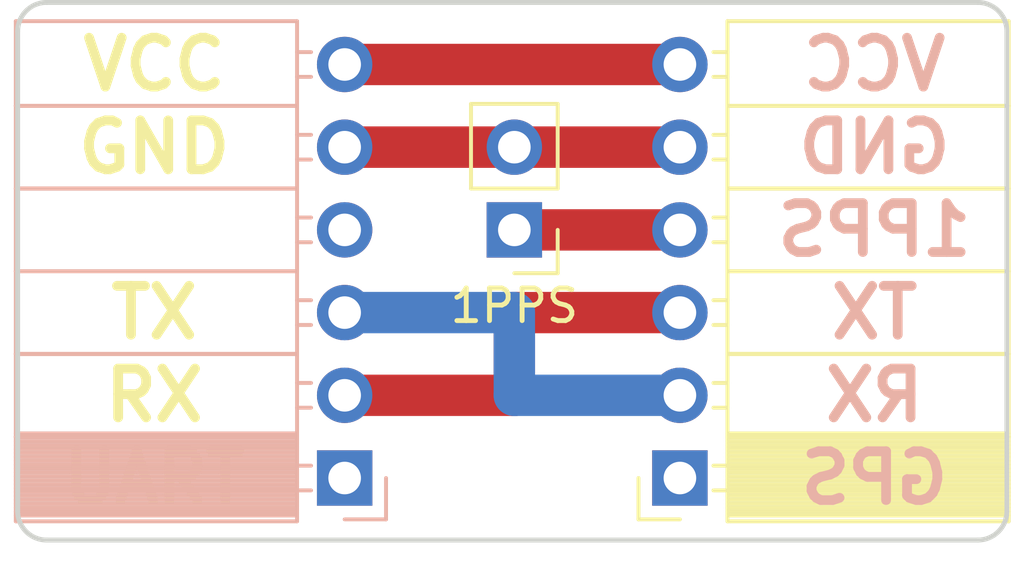
<source format=kicad_pcb>
(kicad_pcb (version 4) (host pcbnew 4.0.7)

  (general
    (links 6)
    (no_connects 0)
    (area 136.703999 102.921999 167.207001 119.582001)
    (thickness 1.6)
    (drawings 19)
    (tracks 11)
    (zones 0)
    (modules 3)
    (nets 9)
  )

  (page A4)
  (layers
    (0 F.Cu signal)
    (31 B.Cu signal)
    (32 B.Adhes user)
    (33 F.Adhes user)
    (34 B.Paste user)
    (35 F.Paste user)
    (36 B.SilkS user)
    (37 F.SilkS user)
    (38 B.Mask user)
    (39 F.Mask user)
    (40 Dwgs.User user)
    (41 Cmts.User user)
    (42 Eco1.User user)
    (43 Eco2.User user)
    (44 Edge.Cuts user)
    (45 Margin user)
    (46 B.CrtYd user)
    (47 F.CrtYd user)
    (48 B.Fab user hide)
    (49 F.Fab user hide)
  )

  (setup
    (last_trace_width 1.27)
    (user_trace_width 0.508)
    (user_trace_width 0.635)
    (user_trace_width 1.27)
    (trace_clearance 0.2)
    (zone_clearance 0.508)
    (zone_45_only no)
    (trace_min 0.2)
    (segment_width 0.2)
    (edge_width 0.15)
    (via_size 0.6)
    (via_drill 0.4)
    (via_min_size 0.4)
    (via_min_drill 0.3)
    (uvia_size 0.3)
    (uvia_drill 0.1)
    (uvias_allowed no)
    (uvia_min_size 0.2)
    (uvia_min_drill 0.1)
    (pcb_text_width 0.3)
    (pcb_text_size 1.5 1.5)
    (mod_edge_width 0.15)
    (mod_text_size 1 1)
    (mod_text_width 0.15)
    (pad_size 1.524 1.524)
    (pad_drill 0.762)
    (pad_to_mask_clearance 0.2)
    (aux_axis_origin 0 0)
    (visible_elements FFFEFF7F)
    (pcbplotparams
      (layerselection 0x00030_80000001)
      (usegerberextensions false)
      (excludeedgelayer true)
      (linewidth 0.150000)
      (plotframeref false)
      (viasonmask false)
      (mode 1)
      (useauxorigin false)
      (hpglpennumber 1)
      (hpglpenspeed 20)
      (hpglpendiameter 15)
      (hpglpenoverlay 2)
      (psnegative false)
      (psa4output false)
      (plotreference true)
      (plotvalue true)
      (plotinvisibletext false)
      (padsonsilk false)
      (subtractmaskfromsilk false)
      (outputformat 1)
      (mirror false)
      (drillshape 1)
      (scaleselection 1)
      (outputdirectory ""))
  )

  (net 0 "")
  (net 1 "Net-(GPS1-Pad1)")
  (net 2 "Net-(GPS1-Pad2)")
  (net 3 "Net-(GPS1-Pad3)")
  (net 4 "Net-(GPS1-Pad4)")
  (net 5 GND)
  (net 6 "Net-(GPS1-Pad6)")
  (net 7 "Net-(UART1-Pad1)")
  (net 8 "Net-(UART1-Pad4)")

  (net_class Default "This is the default net class."
    (clearance 0.2)
    (trace_width 0.25)
    (via_dia 0.6)
    (via_drill 0.4)
    (uvia_dia 0.3)
    (uvia_drill 0.1)
    (add_net GND)
    (add_net "Net-(GPS1-Pad1)")
    (add_net "Net-(GPS1-Pad2)")
    (add_net "Net-(GPS1-Pad3)")
    (add_net "Net-(GPS1-Pad4)")
    (add_net "Net-(GPS1-Pad6)")
    (add_net "Net-(UART1-Pad1)")
    (add_net "Net-(UART1-Pad4)")
  )

  (net_class Tracks ""
    (clearance 0.2)
    (trace_width 0.635)
    (via_dia 0.6)
    (via_drill 0.4)
    (uvia_dia 0.3)
    (uvia_drill 0.1)
  )

  (module Pin_Headers:Pin_Header_Straight_1x02_Pitch2.54mm (layer F.Cu) (tedit 5CD19EE6) (tstamp 5CD19A2C)
    (at 152.019 109.982 180)
    (descr "Through hole straight pin header, 1x02, 2.54mm pitch, single row")
    (tags "Through hole pin header THT 1x02 2.54mm single row")
    (path /5CD197BB)
    (fp_text reference 1PPS (at 0 -2.33 180) (layer F.SilkS)
      (effects (font (size 1 1) (thickness 0.15)))
    )
    (fp_text value Conn_01x02_Male (at 0 4.87 180) (layer F.Fab)
      (effects (font (size 1 1) (thickness 0.15)))
    )
    (fp_line (start -0.635 -1.27) (end 1.27 -1.27) (layer F.Fab) (width 0.1))
    (fp_line (start 1.27 -1.27) (end 1.27 3.81) (layer F.Fab) (width 0.1))
    (fp_line (start 1.27 3.81) (end -1.27 3.81) (layer F.Fab) (width 0.1))
    (fp_line (start -1.27 3.81) (end -1.27 -0.635) (layer F.Fab) (width 0.1))
    (fp_line (start -1.27 -0.635) (end -0.635 -1.27) (layer F.Fab) (width 0.1))
    (fp_line (start -1.33 3.87) (end 1.33 3.87) (layer F.SilkS) (width 0.12))
    (fp_line (start -1.33 1.27) (end -1.33 3.87) (layer F.SilkS) (width 0.12))
    (fp_line (start 1.33 1.27) (end 1.33 3.87) (layer F.SilkS) (width 0.12))
    (fp_line (start -1.33 1.27) (end 1.33 1.27) (layer F.SilkS) (width 0.12))
    (fp_line (start -1.33 0) (end -1.33 -1.33) (layer F.SilkS) (width 0.12))
    (fp_line (start -1.33 -1.33) (end 0 -1.33) (layer F.SilkS) (width 0.12))
    (fp_line (start -1.8 -1.8) (end -1.8 4.35) (layer F.CrtYd) (width 0.05))
    (fp_line (start -1.8 4.35) (end 1.8 4.35) (layer F.CrtYd) (width 0.05))
    (fp_line (start 1.8 4.35) (end 1.8 -1.8) (layer F.CrtYd) (width 0.05))
    (fp_line (start 1.8 -1.8) (end -1.8 -1.8) (layer F.CrtYd) (width 0.05))
    (fp_text user %R (at 0 1.27 270) (layer F.Fab)
      (effects (font (size 1 1) (thickness 0.15)))
    )
    (pad 1 thru_hole rect (at 0 0 180) (size 1.7 1.7) (drill 1) (layers *.Cu *.Mask)
      (net 4 "Net-(GPS1-Pad4)"))
    (pad 2 thru_hole oval (at 0 2.54 180) (size 1.7 1.7) (drill 1) (layers *.Cu *.Mask)
      (net 5 GND))
    (model ${KISYS3DMOD}/Pin_Headers.3dshapes/Pin_Header_Straight_1x02_Pitch2.54mm.wrl
      (at (xyz 0 0 0))
      (scale (xyz 1 1 1))
      (rotate (xyz 0 0 0))
    )
  )

  (module Socket_Strips:Socket_Strip_Angled_1x06_Pitch2.54mm (layer F.Cu) (tedit 5CD19E76) (tstamp 5CD199F9)
    (at 157.099 117.602 180)
    (descr "Through hole angled socket strip, 1x06, 2.54mm pitch, 8.51mm socket length, single row")
    (tags "Through hole angled socket strip THT 1x06 2.54mm single row")
    (path /5CD19601)
    (fp_text reference GPS (at -6.858 6.35 180) (layer B.SilkS) hide
      (effects (font (size 1 1) (thickness 0.15)) (justify mirror))
    )
    (fp_text value Conn_01x06_Female (at -4.38 14.97 180) (layer F.Fab)
      (effects (font (size 1 1) (thickness 0.15)))
    )
    (fp_line (start -1.52 -1.27) (end -1.52 1.27) (layer F.Fab) (width 0.1))
    (fp_line (start -1.52 1.27) (end -10.03 1.27) (layer F.Fab) (width 0.1))
    (fp_line (start -10.03 1.27) (end -10.03 -1.27) (layer F.Fab) (width 0.1))
    (fp_line (start -10.03 -1.27) (end -1.52 -1.27) (layer F.Fab) (width 0.1))
    (fp_line (start 0 -0.32) (end 0 0.32) (layer F.Fab) (width 0.1))
    (fp_line (start 0 0.32) (end -1.52 0.32) (layer F.Fab) (width 0.1))
    (fp_line (start -1.52 0.32) (end -1.52 -0.32) (layer F.Fab) (width 0.1))
    (fp_line (start -1.52 -0.32) (end 0 -0.32) (layer F.Fab) (width 0.1))
    (fp_line (start -1.52 1.27) (end -1.52 3.81) (layer F.Fab) (width 0.1))
    (fp_line (start -1.52 3.81) (end -10.03 3.81) (layer F.Fab) (width 0.1))
    (fp_line (start -10.03 3.81) (end -10.03 1.27) (layer F.Fab) (width 0.1))
    (fp_line (start -10.03 1.27) (end -1.52 1.27) (layer F.Fab) (width 0.1))
    (fp_line (start 0 2.22) (end 0 2.86) (layer F.Fab) (width 0.1))
    (fp_line (start 0 2.86) (end -1.52 2.86) (layer F.Fab) (width 0.1))
    (fp_line (start -1.52 2.86) (end -1.52 2.22) (layer F.Fab) (width 0.1))
    (fp_line (start -1.52 2.22) (end 0 2.22) (layer F.Fab) (width 0.1))
    (fp_line (start -1.52 3.81) (end -1.52 6.35) (layer F.Fab) (width 0.1))
    (fp_line (start -1.52 6.35) (end -10.03 6.35) (layer F.Fab) (width 0.1))
    (fp_line (start -10.03 6.35) (end -10.03 3.81) (layer F.Fab) (width 0.1))
    (fp_line (start -10.03 3.81) (end -1.52 3.81) (layer F.Fab) (width 0.1))
    (fp_line (start 0 4.76) (end 0 5.4) (layer F.Fab) (width 0.1))
    (fp_line (start 0 5.4) (end -1.52 5.4) (layer F.Fab) (width 0.1))
    (fp_line (start -1.52 5.4) (end -1.52 4.76) (layer F.Fab) (width 0.1))
    (fp_line (start -1.52 4.76) (end 0 4.76) (layer F.Fab) (width 0.1))
    (fp_line (start -1.52 6.35) (end -1.52 8.89) (layer F.Fab) (width 0.1))
    (fp_line (start -1.52 8.89) (end -10.03 8.89) (layer F.Fab) (width 0.1))
    (fp_line (start -10.03 8.89) (end -10.03 6.35) (layer F.Fab) (width 0.1))
    (fp_line (start -10.03 6.35) (end -1.52 6.35) (layer F.Fab) (width 0.1))
    (fp_line (start 0 7.3) (end 0 7.94) (layer F.Fab) (width 0.1))
    (fp_line (start 0 7.94) (end -1.52 7.94) (layer F.Fab) (width 0.1))
    (fp_line (start -1.52 7.94) (end -1.52 7.3) (layer F.Fab) (width 0.1))
    (fp_line (start -1.52 7.3) (end 0 7.3) (layer F.Fab) (width 0.1))
    (fp_line (start -1.52 8.89) (end -1.52 11.43) (layer F.Fab) (width 0.1))
    (fp_line (start -1.52 11.43) (end -10.03 11.43) (layer F.Fab) (width 0.1))
    (fp_line (start -10.03 11.43) (end -10.03 8.89) (layer F.Fab) (width 0.1))
    (fp_line (start -10.03 8.89) (end -1.52 8.89) (layer F.Fab) (width 0.1))
    (fp_line (start 0 9.84) (end 0 10.48) (layer F.Fab) (width 0.1))
    (fp_line (start 0 10.48) (end -1.52 10.48) (layer F.Fab) (width 0.1))
    (fp_line (start -1.52 10.48) (end -1.52 9.84) (layer F.Fab) (width 0.1))
    (fp_line (start -1.52 9.84) (end 0 9.84) (layer F.Fab) (width 0.1))
    (fp_line (start -1.52 11.43) (end -1.52 13.97) (layer F.Fab) (width 0.1))
    (fp_line (start -1.52 13.97) (end -10.03 13.97) (layer F.Fab) (width 0.1))
    (fp_line (start -10.03 13.97) (end -10.03 11.43) (layer F.Fab) (width 0.1))
    (fp_line (start -10.03 11.43) (end -1.52 11.43) (layer F.Fab) (width 0.1))
    (fp_line (start 0 12.38) (end 0 13.02) (layer F.Fab) (width 0.1))
    (fp_line (start 0 13.02) (end -1.52 13.02) (layer F.Fab) (width 0.1))
    (fp_line (start -1.52 13.02) (end -1.52 12.38) (layer F.Fab) (width 0.1))
    (fp_line (start -1.52 12.38) (end 0 12.38) (layer F.Fab) (width 0.1))
    (fp_line (start -1.46 -1.33) (end -1.46 1.27) (layer F.SilkS) (width 0.12))
    (fp_line (start -1.46 1.27) (end -10.09 1.27) (layer F.SilkS) (width 0.12))
    (fp_line (start -10.09 1.27) (end -10.09 -1.33) (layer F.SilkS) (width 0.12))
    (fp_line (start -10.09 -1.33) (end -1.46 -1.33) (layer F.SilkS) (width 0.12))
    (fp_line (start -1.03 -0.38) (end -1.46 -0.38) (layer F.SilkS) (width 0.12))
    (fp_line (start -1.03 0.38) (end -1.46 0.38) (layer F.SilkS) (width 0.12))
    (fp_line (start -1.46 -1.15) (end -10.09 -1.15) (layer F.SilkS) (width 0.12))
    (fp_line (start -1.46 -1.03) (end -10.09 -1.03) (layer F.SilkS) (width 0.12))
    (fp_line (start -1.46 -0.91) (end -10.09 -0.91) (layer F.SilkS) (width 0.12))
    (fp_line (start -1.46 -0.79) (end -10.09 -0.79) (layer F.SilkS) (width 0.12))
    (fp_line (start -1.46 -0.67) (end -10.09 -0.67) (layer F.SilkS) (width 0.12))
    (fp_line (start -1.46 -0.55) (end -10.09 -0.55) (layer F.SilkS) (width 0.12))
    (fp_line (start -1.46 -0.43) (end -10.09 -0.43) (layer F.SilkS) (width 0.12))
    (fp_line (start -1.46 -0.31) (end -10.09 -0.31) (layer F.SilkS) (width 0.12))
    (fp_line (start -1.46 -0.19) (end -10.09 -0.19) (layer F.SilkS) (width 0.12))
    (fp_line (start -1.46 -0.07) (end -10.09 -0.07) (layer F.SilkS) (width 0.12))
    (fp_line (start -1.46 0.05) (end -10.09 0.05) (layer F.SilkS) (width 0.12))
    (fp_line (start -1.46 0.17) (end -10.09 0.17) (layer F.SilkS) (width 0.12))
    (fp_line (start -1.46 0.29) (end -10.09 0.29) (layer F.SilkS) (width 0.12))
    (fp_line (start -1.46 0.41) (end -10.09 0.41) (layer F.SilkS) (width 0.12))
    (fp_line (start -1.46 0.53) (end -10.09 0.53) (layer F.SilkS) (width 0.12))
    (fp_line (start -1.46 0.65) (end -10.09 0.65) (layer F.SilkS) (width 0.12))
    (fp_line (start -1.46 0.77) (end -10.09 0.77) (layer F.SilkS) (width 0.12))
    (fp_line (start -1.46 0.89) (end -10.09 0.89) (layer F.SilkS) (width 0.12))
    (fp_line (start -1.46 1.01) (end -10.09 1.01) (layer F.SilkS) (width 0.12))
    (fp_line (start -1.46 1.13) (end -10.09 1.13) (layer F.SilkS) (width 0.12))
    (fp_line (start -1.46 1.25) (end -10.09 1.25) (layer F.SilkS) (width 0.12))
    (fp_line (start -1.46 1.37) (end -10.09 1.37) (layer F.SilkS) (width 0.12))
    (fp_line (start -1.46 1.27) (end -1.46 3.81) (layer F.SilkS) (width 0.12))
    (fp_line (start -1.46 3.81) (end -10.09 3.81) (layer F.SilkS) (width 0.12))
    (fp_line (start -10.09 3.81) (end -10.09 1.27) (layer F.SilkS) (width 0.12))
    (fp_line (start -10.09 1.27) (end -1.46 1.27) (layer F.SilkS) (width 0.12))
    (fp_line (start -1.03 2.16) (end -1.46 2.16) (layer F.SilkS) (width 0.12))
    (fp_line (start -1.03 2.92) (end -1.46 2.92) (layer F.SilkS) (width 0.12))
    (fp_line (start -1.46 3.81) (end -1.46 6.35) (layer F.SilkS) (width 0.12))
    (fp_line (start -1.46 6.35) (end -10.09 6.35) (layer F.SilkS) (width 0.12))
    (fp_line (start -10.09 6.35) (end -10.09 3.81) (layer F.SilkS) (width 0.12))
    (fp_line (start -10.09 3.81) (end -1.46 3.81) (layer F.SilkS) (width 0.12))
    (fp_line (start -1.03 4.7) (end -1.46 4.7) (layer F.SilkS) (width 0.12))
    (fp_line (start -1.03 5.46) (end -1.46 5.46) (layer F.SilkS) (width 0.12))
    (fp_line (start -1.46 6.35) (end -1.46 8.89) (layer F.SilkS) (width 0.12))
    (fp_line (start -1.46 8.89) (end -10.09 8.89) (layer F.SilkS) (width 0.12))
    (fp_line (start -10.09 8.89) (end -10.09 6.35) (layer F.SilkS) (width 0.12))
    (fp_line (start -10.09 6.35) (end -1.46 6.35) (layer F.SilkS) (width 0.12))
    (fp_line (start -1.03 7.24) (end -1.46 7.24) (layer F.SilkS) (width 0.12))
    (fp_line (start -1.03 8) (end -1.46 8) (layer F.SilkS) (width 0.12))
    (fp_line (start -1.46 8.89) (end -1.46 11.43) (layer F.SilkS) (width 0.12))
    (fp_line (start -1.46 11.43) (end -10.09 11.43) (layer F.SilkS) (width 0.12))
    (fp_line (start -10.09 11.43) (end -10.09 8.89) (layer F.SilkS) (width 0.12))
    (fp_line (start -10.09 8.89) (end -1.46 8.89) (layer F.SilkS) (width 0.12))
    (fp_line (start -1.03 9.78) (end -1.46 9.78) (layer F.SilkS) (width 0.12))
    (fp_line (start -1.03 10.54) (end -1.46 10.54) (layer F.SilkS) (width 0.12))
    (fp_line (start -1.46 11.43) (end -1.46 14.03) (layer F.SilkS) (width 0.12))
    (fp_line (start -1.46 14.03) (end -10.09 14.03) (layer F.SilkS) (width 0.12))
    (fp_line (start -10.09 14.03) (end -10.09 11.43) (layer F.SilkS) (width 0.12))
    (fp_line (start -10.09 11.43) (end -1.46 11.43) (layer F.SilkS) (width 0.12))
    (fp_line (start -1.03 12.32) (end -1.46 12.32) (layer F.SilkS) (width 0.12))
    (fp_line (start -1.03 13.08) (end -1.46 13.08) (layer F.SilkS) (width 0.12))
    (fp_line (start 0 -1.27) (end 1.27 -1.27) (layer F.SilkS) (width 0.12))
    (fp_line (start 1.27 -1.27) (end 1.27 0) (layer F.SilkS) (width 0.12))
    (fp_line (start 1.8 -1.8) (end 1.8 14.5) (layer F.CrtYd) (width 0.05))
    (fp_line (start 1.8 14.5) (end -10.55 14.5) (layer F.CrtYd) (width 0.05))
    (fp_line (start -10.55 14.5) (end -10.55 -1.8) (layer F.CrtYd) (width 0.05))
    (fp_line (start -10.55 -1.8) (end 1.8 -1.8) (layer F.CrtYd) (width 0.05))
    (fp_text user %R (at -4.38 -2.27 180) (layer F.Fab)
      (effects (font (size 1 1) (thickness 0.15)))
    )
    (pad 1 thru_hole rect (at 0 0 180) (size 1.7 1.7) (drill 1) (layers *.Cu *.Mask)
      (net 1 "Net-(GPS1-Pad1)"))
    (pad 2 thru_hole oval (at 0 2.54 180) (size 1.7 1.7) (drill 1) (layers *.Cu *.Mask)
      (net 2 "Net-(GPS1-Pad2)"))
    (pad 3 thru_hole oval (at 0 5.08 180) (size 1.7 1.7) (drill 1) (layers *.Cu *.Mask)
      (net 3 "Net-(GPS1-Pad3)"))
    (pad 4 thru_hole oval (at 0 7.62 180) (size 1.7 1.7) (drill 1) (layers *.Cu *.Mask)
      (net 4 "Net-(GPS1-Pad4)"))
    (pad 5 thru_hole oval (at 0 10.16 180) (size 1.7 1.7) (drill 1) (layers *.Cu *.Mask)
      (net 5 GND))
    (pad 6 thru_hole oval (at 0 12.7 180) (size 1.7 1.7) (drill 1) (layers *.Cu *.Mask)
      (net 6 "Net-(GPS1-Pad6)"))
    (model ${KISYS3DMOD}/Socket_Strips.3dshapes/Socket_Strip_Angled_1x06_Pitch2.54mm.wrl
      (at (xyz 0 -0.25 0))
      (scale (xyz 1 1 1))
      (rotate (xyz 0 0 270))
    )
  )

  (module Socket_Strips:Socket_Strip_Angled_1x06_Pitch2.54mm (layer B.Cu) (tedit 5CD19E34) (tstamp 5CD19A93)
    (at 146.812 117.602)
    (descr "Through hole angled socket strip, 1x06, 2.54mm pitch, 8.51mm socket length, single row")
    (tags "Through hole angled socket strip THT 1x06 2.54mm single row")
    (path /5CD196E2)
    (fp_text reference UART (at -5.842 -7.493) (layer F.SilkS) hide
      (effects (font (size 1 1) (thickness 0.15)))
    )
    (fp_text value Conn_01x06_Female (at -4.38 -14.97) (layer B.Fab)
      (effects (font (size 1 1) (thickness 0.15)) (justify mirror))
    )
    (fp_line (start -1.52 1.27) (end -1.52 -1.27) (layer B.Fab) (width 0.1))
    (fp_line (start -1.52 -1.27) (end -10.03 -1.27) (layer B.Fab) (width 0.1))
    (fp_line (start -10.03 -1.27) (end -10.03 1.27) (layer B.Fab) (width 0.1))
    (fp_line (start -10.03 1.27) (end -1.52 1.27) (layer B.Fab) (width 0.1))
    (fp_line (start 0 0.32) (end 0 -0.32) (layer B.Fab) (width 0.1))
    (fp_line (start 0 -0.32) (end -1.52 -0.32) (layer B.Fab) (width 0.1))
    (fp_line (start -1.52 -0.32) (end -1.52 0.32) (layer B.Fab) (width 0.1))
    (fp_line (start -1.52 0.32) (end 0 0.32) (layer B.Fab) (width 0.1))
    (fp_line (start -1.52 -1.27) (end -1.52 -3.81) (layer B.Fab) (width 0.1))
    (fp_line (start -1.52 -3.81) (end -10.03 -3.81) (layer B.Fab) (width 0.1))
    (fp_line (start -10.03 -3.81) (end -10.03 -1.27) (layer B.Fab) (width 0.1))
    (fp_line (start -10.03 -1.27) (end -1.52 -1.27) (layer B.Fab) (width 0.1))
    (fp_line (start 0 -2.22) (end 0 -2.86) (layer B.Fab) (width 0.1))
    (fp_line (start 0 -2.86) (end -1.52 -2.86) (layer B.Fab) (width 0.1))
    (fp_line (start -1.52 -2.86) (end -1.52 -2.22) (layer B.Fab) (width 0.1))
    (fp_line (start -1.52 -2.22) (end 0 -2.22) (layer B.Fab) (width 0.1))
    (fp_line (start -1.52 -3.81) (end -1.52 -6.35) (layer B.Fab) (width 0.1))
    (fp_line (start -1.52 -6.35) (end -10.03 -6.35) (layer B.Fab) (width 0.1))
    (fp_line (start -10.03 -6.35) (end -10.03 -3.81) (layer B.Fab) (width 0.1))
    (fp_line (start -10.03 -3.81) (end -1.52 -3.81) (layer B.Fab) (width 0.1))
    (fp_line (start 0 -4.76) (end 0 -5.4) (layer B.Fab) (width 0.1))
    (fp_line (start 0 -5.4) (end -1.52 -5.4) (layer B.Fab) (width 0.1))
    (fp_line (start -1.52 -5.4) (end -1.52 -4.76) (layer B.Fab) (width 0.1))
    (fp_line (start -1.52 -4.76) (end 0 -4.76) (layer B.Fab) (width 0.1))
    (fp_line (start -1.52 -6.35) (end -1.52 -8.89) (layer B.Fab) (width 0.1))
    (fp_line (start -1.52 -8.89) (end -10.03 -8.89) (layer B.Fab) (width 0.1))
    (fp_line (start -10.03 -8.89) (end -10.03 -6.35) (layer B.Fab) (width 0.1))
    (fp_line (start -10.03 -6.35) (end -1.52 -6.35) (layer B.Fab) (width 0.1))
    (fp_line (start 0 -7.3) (end 0 -7.94) (layer B.Fab) (width 0.1))
    (fp_line (start 0 -7.94) (end -1.52 -7.94) (layer B.Fab) (width 0.1))
    (fp_line (start -1.52 -7.94) (end -1.52 -7.3) (layer B.Fab) (width 0.1))
    (fp_line (start -1.52 -7.3) (end 0 -7.3) (layer B.Fab) (width 0.1))
    (fp_line (start -1.52 -8.89) (end -1.52 -11.43) (layer B.Fab) (width 0.1))
    (fp_line (start -1.52 -11.43) (end -10.03 -11.43) (layer B.Fab) (width 0.1))
    (fp_line (start -10.03 -11.43) (end -10.03 -8.89) (layer B.Fab) (width 0.1))
    (fp_line (start -10.03 -8.89) (end -1.52 -8.89) (layer B.Fab) (width 0.1))
    (fp_line (start 0 -9.84) (end 0 -10.48) (layer B.Fab) (width 0.1))
    (fp_line (start 0 -10.48) (end -1.52 -10.48) (layer B.Fab) (width 0.1))
    (fp_line (start -1.52 -10.48) (end -1.52 -9.84) (layer B.Fab) (width 0.1))
    (fp_line (start -1.52 -9.84) (end 0 -9.84) (layer B.Fab) (width 0.1))
    (fp_line (start -1.52 -11.43) (end -1.52 -13.97) (layer B.Fab) (width 0.1))
    (fp_line (start -1.52 -13.97) (end -10.03 -13.97) (layer B.Fab) (width 0.1))
    (fp_line (start -10.03 -13.97) (end -10.03 -11.43) (layer B.Fab) (width 0.1))
    (fp_line (start -10.03 -11.43) (end -1.52 -11.43) (layer B.Fab) (width 0.1))
    (fp_line (start 0 -12.38) (end 0 -13.02) (layer B.Fab) (width 0.1))
    (fp_line (start 0 -13.02) (end -1.52 -13.02) (layer B.Fab) (width 0.1))
    (fp_line (start -1.52 -13.02) (end -1.52 -12.38) (layer B.Fab) (width 0.1))
    (fp_line (start -1.52 -12.38) (end 0 -12.38) (layer B.Fab) (width 0.1))
    (fp_line (start -1.46 1.33) (end -1.46 -1.27) (layer B.SilkS) (width 0.12))
    (fp_line (start -1.46 -1.27) (end -10.09 -1.27) (layer B.SilkS) (width 0.12))
    (fp_line (start -10.09 -1.27) (end -10.09 1.33) (layer B.SilkS) (width 0.12))
    (fp_line (start -10.09 1.33) (end -1.46 1.33) (layer B.SilkS) (width 0.12))
    (fp_line (start -1.03 0.38) (end -1.46 0.38) (layer B.SilkS) (width 0.12))
    (fp_line (start -1.03 -0.38) (end -1.46 -0.38) (layer B.SilkS) (width 0.12))
    (fp_line (start -1.46 1.15) (end -10.09 1.15) (layer B.SilkS) (width 0.12))
    (fp_line (start -1.46 1.03) (end -10.09 1.03) (layer B.SilkS) (width 0.12))
    (fp_line (start -1.46 0.91) (end -10.09 0.91) (layer B.SilkS) (width 0.12))
    (fp_line (start -1.46 0.79) (end -10.09 0.79) (layer B.SilkS) (width 0.12))
    (fp_line (start -1.46 0.67) (end -10.09 0.67) (layer B.SilkS) (width 0.12))
    (fp_line (start -1.46 0.55) (end -10.09 0.55) (layer B.SilkS) (width 0.12))
    (fp_line (start -1.46 0.43) (end -10.09 0.43) (layer B.SilkS) (width 0.12))
    (fp_line (start -1.46 0.31) (end -10.09 0.31) (layer B.SilkS) (width 0.12))
    (fp_line (start -1.46 0.19) (end -10.09 0.19) (layer B.SilkS) (width 0.12))
    (fp_line (start -1.46 0.07) (end -10.09 0.07) (layer B.SilkS) (width 0.12))
    (fp_line (start -1.46 -0.05) (end -10.09 -0.05) (layer B.SilkS) (width 0.12))
    (fp_line (start -1.46 -0.17) (end -10.09 -0.17) (layer B.SilkS) (width 0.12))
    (fp_line (start -1.46 -0.29) (end -10.09 -0.29) (layer B.SilkS) (width 0.12))
    (fp_line (start -1.46 -0.41) (end -10.09 -0.41) (layer B.SilkS) (width 0.12))
    (fp_line (start -1.46 -0.53) (end -10.09 -0.53) (layer B.SilkS) (width 0.12))
    (fp_line (start -1.46 -0.65) (end -10.09 -0.65) (layer B.SilkS) (width 0.12))
    (fp_line (start -1.46 -0.77) (end -10.09 -0.77) (layer B.SilkS) (width 0.12))
    (fp_line (start -1.46 -0.89) (end -10.09 -0.89) (layer B.SilkS) (width 0.12))
    (fp_line (start -1.46 -1.01) (end -10.09 -1.01) (layer B.SilkS) (width 0.12))
    (fp_line (start -1.46 -1.13) (end -10.09 -1.13) (layer B.SilkS) (width 0.12))
    (fp_line (start -1.46 -1.25) (end -10.09 -1.25) (layer B.SilkS) (width 0.12))
    (fp_line (start -1.46 -1.37) (end -10.09 -1.37) (layer B.SilkS) (width 0.12))
    (fp_line (start -1.46 -1.27) (end -1.46 -3.81) (layer B.SilkS) (width 0.12))
    (fp_line (start -1.46 -3.81) (end -10.09 -3.81) (layer B.SilkS) (width 0.12))
    (fp_line (start -10.09 -3.81) (end -10.09 -1.27) (layer B.SilkS) (width 0.12))
    (fp_line (start -10.09 -1.27) (end -1.46 -1.27) (layer B.SilkS) (width 0.12))
    (fp_line (start -1.03 -2.16) (end -1.46 -2.16) (layer B.SilkS) (width 0.12))
    (fp_line (start -1.03 -2.92) (end -1.46 -2.92) (layer B.SilkS) (width 0.12))
    (fp_line (start -1.46 -3.81) (end -1.46 -6.35) (layer B.SilkS) (width 0.12))
    (fp_line (start -1.46 -6.35) (end -10.09 -6.35) (layer B.SilkS) (width 0.12))
    (fp_line (start -10.09 -6.35) (end -10.09 -3.81) (layer B.SilkS) (width 0.12))
    (fp_line (start -10.09 -3.81) (end -1.46 -3.81) (layer B.SilkS) (width 0.12))
    (fp_line (start -1.03 -4.7) (end -1.46 -4.7) (layer B.SilkS) (width 0.12))
    (fp_line (start -1.03 -5.46) (end -1.46 -5.46) (layer B.SilkS) (width 0.12))
    (fp_line (start -1.46 -6.35) (end -1.46 -8.89) (layer B.SilkS) (width 0.12))
    (fp_line (start -1.46 -8.89) (end -10.09 -8.89) (layer B.SilkS) (width 0.12))
    (fp_line (start -10.09 -8.89) (end -10.09 -6.35) (layer B.SilkS) (width 0.12))
    (fp_line (start -10.09 -6.35) (end -1.46 -6.35) (layer B.SilkS) (width 0.12))
    (fp_line (start -1.03 -7.24) (end -1.46 -7.24) (layer B.SilkS) (width 0.12))
    (fp_line (start -1.03 -8) (end -1.46 -8) (layer B.SilkS) (width 0.12))
    (fp_line (start -1.46 -8.89) (end -1.46 -11.43) (layer B.SilkS) (width 0.12))
    (fp_line (start -1.46 -11.43) (end -10.09 -11.43) (layer B.SilkS) (width 0.12))
    (fp_line (start -10.09 -11.43) (end -10.09 -8.89) (layer B.SilkS) (width 0.12))
    (fp_line (start -10.09 -8.89) (end -1.46 -8.89) (layer B.SilkS) (width 0.12))
    (fp_line (start -1.03 -9.78) (end -1.46 -9.78) (layer B.SilkS) (width 0.12))
    (fp_line (start -1.03 -10.54) (end -1.46 -10.54) (layer B.SilkS) (width 0.12))
    (fp_line (start -1.46 -11.43) (end -1.46 -14.03) (layer B.SilkS) (width 0.12))
    (fp_line (start -1.46 -14.03) (end -10.09 -14.03) (layer B.SilkS) (width 0.12))
    (fp_line (start -10.09 -14.03) (end -10.09 -11.43) (layer B.SilkS) (width 0.12))
    (fp_line (start -10.09 -11.43) (end -1.46 -11.43) (layer B.SilkS) (width 0.12))
    (fp_line (start -1.03 -12.32) (end -1.46 -12.32) (layer B.SilkS) (width 0.12))
    (fp_line (start -1.03 -13.08) (end -1.46 -13.08) (layer B.SilkS) (width 0.12))
    (fp_line (start 0 1.27) (end 1.27 1.27) (layer B.SilkS) (width 0.12))
    (fp_line (start 1.27 1.27) (end 1.27 0) (layer B.SilkS) (width 0.12))
    (fp_line (start 1.8 1.8) (end 1.8 -14.5) (layer B.CrtYd) (width 0.05))
    (fp_line (start 1.8 -14.5) (end -10.55 -14.5) (layer B.CrtYd) (width 0.05))
    (fp_line (start -10.55 -14.5) (end -10.55 1.8) (layer B.CrtYd) (width 0.05))
    (fp_line (start -10.55 1.8) (end 1.8 1.8) (layer B.CrtYd) (width 0.05))
    (fp_text user %R (at -4.38 2.27) (layer B.Fab)
      (effects (font (size 1 1) (thickness 0.15)) (justify mirror))
    )
    (pad 1 thru_hole rect (at 0 0) (size 1.7 1.7) (drill 1) (layers *.Cu *.Mask)
      (net 7 "Net-(UART1-Pad1)"))
    (pad 2 thru_hole oval (at 0 -2.54) (size 1.7 1.7) (drill 1) (layers *.Cu *.Mask)
      (net 3 "Net-(GPS1-Pad3)"))
    (pad 3 thru_hole oval (at 0 -5.08) (size 1.7 1.7) (drill 1) (layers *.Cu *.Mask)
      (net 2 "Net-(GPS1-Pad2)"))
    (pad 4 thru_hole oval (at 0 -7.62) (size 1.7 1.7) (drill 1) (layers *.Cu *.Mask)
      (net 8 "Net-(UART1-Pad4)"))
    (pad 5 thru_hole oval (at 0 -10.16) (size 1.7 1.7) (drill 1) (layers *.Cu *.Mask)
      (net 5 GND))
    (pad 6 thru_hole oval (at 0 -12.7) (size 1.7 1.7) (drill 1) (layers *.Cu *.Mask)
      (net 6 "Net-(GPS1-Pad6)"))
    (model ${KISYS3DMOD}/Socket_Strips.3dshapes/Socket_Strip_Angled_1x06_Pitch2.54mm.wrl
      (at (xyz 0 -0.25 0))
      (scale (xyz 1 1 1))
      (rotate (xyz 0 0 270))
    )
  )

  (gr_text GPS (at 163.068 117.602) (layer B.SilkS)
    (effects (font (size 1.5 1.5) (thickness 0.3)) (justify mirror))
  )
  (gr_text RX (at 163.068 115.062) (layer B.SilkS)
    (effects (font (size 1.5 1.5) (thickness 0.3)) (justify mirror))
  )
  (gr_text TX (at 163.068 112.522) (layer B.SilkS)
    (effects (font (size 1.5 1.5) (thickness 0.3)) (justify mirror))
  )
  (gr_text 1PPS (at 163.068 109.982) (layer B.SilkS)
    (effects (font (size 1.5 1.5) (thickness 0.3)) (justify mirror))
  )
  (gr_text GND (at 163.068 107.442) (layer B.SilkS)
    (effects (font (size 1.5 1.5) (thickness 0.3)) (justify mirror))
  )
  (gr_text VCC (at 163.068 104.902) (layer B.SilkS)
    (effects (font (size 1.5 1.5) (thickness 0.3)) (justify mirror))
  )
  (gr_text UART (at 140.97 117.602) (layer F.SilkS)
    (effects (font (size 1.5 1.5) (thickness 0.3)))
  )
  (gr_text RX (at 140.97 115.062) (layer F.SilkS)
    (effects (font (size 1.5 1.5) (thickness 0.3)))
  )
  (gr_text TX (at 140.97 112.522) (layer F.SilkS)
    (effects (font (size 1.5 1.5) (thickness 0.3)))
  )
  (gr_text GND (at 140.97 107.442) (layer F.SilkS)
    (effects (font (size 1.5 1.5) (thickness 0.3)))
  )
  (gr_text VCC (at 140.97 104.902) (layer F.SilkS)
    (effects (font (size 1.5 1.5) (thickness 0.3)))
  )
  (gr_line (start 137.668 102.997) (end 166.243 102.997) (angle 90) (layer Edge.Cuts) (width 0.15))
  (gr_line (start 136.779 118.618) (end 136.779 103.886) (angle 90) (layer Edge.Cuts) (width 0.15))
  (gr_line (start 167.132 118.618) (end 167.132 103.886) (angle 90) (layer Edge.Cuts) (width 0.15))
  (gr_line (start 137.668 119.507) (end 166.243 119.507) (angle 90) (layer Edge.Cuts) (width 0.15))
  (gr_arc (start 166.243 118.618) (end 167.132 118.618) (angle 90) (layer Edge.Cuts) (width 0.15) (tstamp 5CD1A1D4))
  (gr_arc (start 137.668 118.618) (end 137.668 119.507) (angle 90) (layer Edge.Cuts) (width 0.15) (tstamp 5CD1A1C7))
  (gr_arc (start 166.243 103.886) (end 166.243 102.997) (angle 90) (layer Edge.Cuts) (width 0.15) (tstamp 5CD1A1C5))
  (gr_arc (start 137.668 103.886) (end 136.779 103.886) (angle 90) (layer Edge.Cuts) (width 0.15))

  (segment (start 146.812 112.522) (end 152.019 112.522) (width 1.27) (layer B.Cu) (net 2) (status 400000))
  (segment (start 152.019 115.062) (end 157.099 115.062) (width 1.27) (layer B.Cu) (net 2) (tstamp 5CD1A7AB) (status 800000))
  (segment (start 152.019 112.522) (end 152.019 115.062) (width 1.27) (layer B.Cu) (net 2) (tstamp 5CD1A7AA))
  (segment (start 157.099 112.522) (end 152.019 112.522) (width 1.27) (layer F.Cu) (net 3) (status 400000))
  (segment (start 152.019 115.062) (end 146.812 115.062) (width 1.27) (layer F.Cu) (net 3) (tstamp 5CD1A7A7) (status 800000))
  (segment (start 152.019 112.522) (end 152.019 115.062) (width 1.27) (layer F.Cu) (net 3) (tstamp 5CD1A7A6))
  (segment (start 152.019 109.982) (end 157.099 109.982) (width 1.27) (layer F.Cu) (net 4) (status C00000))
  (segment (start 146.812 107.442) (end 152.019 107.442) (width 1.27) (layer F.Cu) (net 5) (status C00000))
  (segment (start 152.019 107.442) (end 157.099 107.442) (width 1.27) (layer F.Cu) (net 5) (tstamp 5CD1A7AE) (status C00000))
  (segment (start 146.812 107.442) (end 157.099 107.442) (width 1.27) (layer F.Cu) (net 5) (status C00000))
  (segment (start 146.812 104.902) (end 157.099 104.902) (width 1.27) (layer F.Cu) (net 6) (status C00000))

)

</source>
